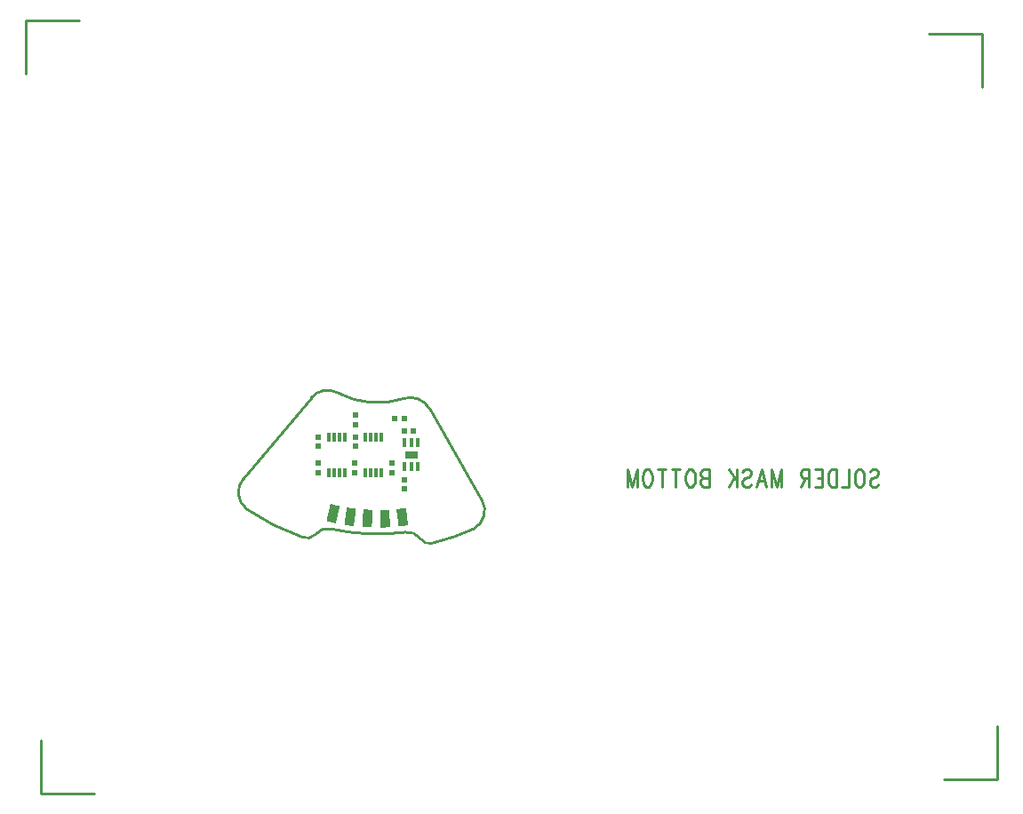
<source format=gbr>
*
*
G04 PADS 9.3 Build Number: 433611 generated Gerber (RS-274-X) file*
G04 PC Version=2.1*
*
%IN "LCORE_2.pcb"*%
*
%MOIN*%
*
%FSLAX35Y35*%
*
*
*
*
G04 PC Standard Apertures*
*
*
G04 Thermal Relief Aperture macro.*
%AMTER*
1,1,$1,0,0*
1,0,$1-$2,0,0*
21,0,$3,$4,0,0,45*
21,0,$3,$4,0,0,135*
%
*
*
G04 Annular Aperture macro.*
%AMANN*
1,1,$1,0,0*
1,0,$2,0,0*
%
*
*
G04 Odd Aperture macro.*
%AMODD*
1,1,$1,0,0*
1,0,$1-0.005,0,0*
%
*
*
G04 PC Custom Aperture Macros*
*
*
*
*
*
*
G04 PC Aperture Table*
*
%ADD010C,0.001*%
%ADD012C,0.01*%
%ADD027C,0.00039*%
%ADD028R,0.02365X0.02365*%
%ADD030R,0.01381X0.0335*%
%ADD037R,0.04924X0.03153*%
*
*
*
*
G04 PC Circuitry*
G04 Layer Name LCORE_2.pcb - circuitry*
%LPD*%
*
*
G04 PC Custom Flashes*
G04 Layer Name LCORE_2.pcb - flashes*
%LPD*%
*
*
G04 PC Circuitry*
G04 Layer Name LCORE_2.pcb - circuitry*
%LPD*%
*
G54D10*
G54D12*
G01X2134346Y1575633D02*
X2134801Y1576258D01*
X2135483Y1576570*
X2136392*
X2137074Y1576258*
X2137528Y1575633*
Y1575008*
X2137301Y1574383*
X2137074Y1574070*
X2136619Y1573758*
X2135255Y1573133*
X2134801Y1572820*
X2134574Y1572508*
X2134346Y1571883*
Y1570945*
X2134801Y1570320*
X2135483Y1570008*
X2136392*
X2137074Y1570320*
X2137528Y1570945*
X2130937Y1576570D02*
X2131392Y1576258D01*
X2131846Y1575633*
X2132074Y1575008*
X2132301Y1574070*
Y1572508*
X2132074Y1571570*
X2131846Y1570945*
X2131392Y1570320*
X2130937Y1570008*
X2130028*
X2129574Y1570320*
X2129119Y1570945*
X2128892Y1571570*
X2128665Y1572508*
Y1574070*
X2128892Y1575008*
X2129119Y1575633*
X2129574Y1576258*
X2130028Y1576570*
X2130937*
X2126619D02*
Y1570008D01*
X2123892*
X2121846Y1576570D02*
Y1570008D01*
Y1576570D02*
X2120255D01*
X2119574Y1576258*
X2119119Y1575633*
X2118892Y1575008*
X2118665Y1574070*
Y1572508*
X2118892Y1571570*
X2119119Y1570945*
X2119574Y1570320*
X2120255Y1570008*
X2121846*
X2116619Y1576570D02*
Y1570008D01*
Y1576570D02*
X2113665D01*
X2116619Y1573445D02*
X2114801D01*
X2116619Y1570008D02*
X2113665D01*
X2111619Y1576570D02*
Y1570008D01*
Y1576570D02*
X2109574D01*
X2108892Y1576258*
X2108665Y1575945*
X2108437Y1575320*
Y1574695*
X2108665Y1574070*
X2108892Y1573758*
X2109574Y1573445*
X2111619*
X2110028D02*
X2108437Y1570008D01*
X2101165Y1576570D02*
Y1570008D01*
Y1576570D02*
X2099346Y1570008D01*
X2097528Y1576570D02*
X2099346Y1570008D01*
X2097528Y1576570D02*
Y1570008D01*
X2093665Y1576570D02*
X2095483Y1570008D01*
X2093665Y1576570D02*
X2091846Y1570008D01*
X2094801Y1572195D02*
X2092528D01*
X2086619Y1575633D02*
X2087074Y1576258D01*
X2087755Y1576570*
X2088665*
X2089346Y1576258*
X2089801Y1575633*
Y1575008*
X2089574Y1574383*
X2089346Y1574070*
X2088892Y1573758*
X2087528Y1573133*
X2087074Y1572820*
X2086846Y1572508*
X2086619Y1571883*
Y1570945*
X2087074Y1570320*
X2087755Y1570008*
X2088665*
X2089346Y1570320*
X2089801Y1570945*
X2084574Y1576570D02*
Y1570008D01*
X2081392Y1576570D02*
X2084574Y1572195D01*
X2083437Y1573758D02*
X2081392Y1570008D01*
X2074119Y1576570D02*
Y1570008D01*
Y1576570D02*
X2072074D01*
X2071392Y1576258*
X2071165Y1575945*
X2070937Y1575320*
Y1574695*
X2071165Y1574070*
X2071392Y1573758*
X2072074Y1573445*
X2074119D02*
X2072074D01*
X2071392Y1573133*
X2071165Y1572820*
X2070937Y1572195*
Y1571258*
X2071165Y1570633*
X2071392Y1570320*
X2072074Y1570008*
X2074119*
X2067528Y1576570D02*
X2067983Y1576258D01*
X2068437Y1575633*
X2068665Y1575008*
X2068892Y1574070*
Y1572508*
X2068665Y1571570*
X2068437Y1570945*
X2067983Y1570320*
X2067528Y1570008*
X2066619*
X2066165Y1570320*
X2065710Y1570945*
X2065483Y1571570*
X2065255Y1572508*
Y1574070*
X2065483Y1575008*
X2065710Y1575633*
X2066165Y1576258*
X2066619Y1576570*
X2067528*
X2061619D02*
Y1570008D01*
X2063210Y1576570D02*
X2060028D01*
X2056392D02*
Y1570008D01*
X2057983Y1576570D02*
X2054801D01*
X2051392D02*
X2051846Y1576258D01*
X2052301Y1575633*
X2052528Y1575008*
X2052755Y1574070*
Y1572508*
X2052528Y1571570*
X2052301Y1570945*
X2051846Y1570320*
X2051392Y1570008*
X2050483*
X2050028Y1570320*
X2049574Y1570945*
X2049346Y1571570*
X2049119Y1572508*
Y1574070*
X2049346Y1575008*
X2049574Y1575633*
X2050028Y1576258*
X2050483Y1576570*
X2051392*
X2047074D02*
Y1570008D01*
Y1576570D02*
X2045255Y1570008D01*
X2043437Y1576570D02*
X2045255Y1570008D01*
X2043437Y1576570D02*
Y1570008D01*
X1900788Y1561558D02*
G75*
G03X1921809Y1551031I48934J71466D01*
G01X1921827Y1551025D02*
G03X1926389Y1552091I1471J3999D01*
G01X1932249Y1554225D02*
G03X1926391Y1552092I-1336J-5442D01*
G01X1932289Y1554216D02*
G03X1960292Y1552993I17468J78795D01*
G01X1965815Y1550567D02*
G03X1960269Y1552990I-4781J-3386D01*
G01X1965819Y1550561D02*
G03X1970341Y1548880I3345J2074D01*
G01X1970380Y1548889D02*
G03X1985922Y1554286I-20514J84150D01*
G01X1985913Y1554281D02*
G03X1988944Y1564993I-3840J6872D01*
G01X1988940Y1564999D02*
X1969016Y1599606D01*
X1969018Y1599603D02*
G03X1959686Y1603148I-6910J-4135D01*
G01X1934880Y1605240D02*
G03X1959709Y1603156I14835J27784D01*
G01X1934845Y1605259D02*
G03X1924876Y1603376I-3866J-6861D01*
G01X1924879Y1603379D02*
X1899587Y1573281D01*
X1899585Y1573278D02*
G03X1900763Y1561574I5923J-5315D01*
G01X1837791Y1744944D02*
X1817791D01*
Y1724944*
X1823603Y1475056D02*
Y1455056D01*
X1843603*
X2162209Y1460312D02*
X2182209D01*
Y1480312*
X2176373Y1719944D02*
Y1739944D01*
X2156373*
G54D27*
X1944401Y1561458D02*
X1944079Y1555306D01*
X1947235Y1555141*
X1947557Y1561293*
X1944401Y1561458*
X1947235Y1555141D02*
X1947235D01*
X1946484Y1555180D02*
X1947237D01*
X1945733Y1555219D02*
X1947239D01*
X1944981Y1555259D02*
X1947241D01*
X1944230Y1555298D02*
X1947243D01*
X1944080Y1555337D02*
X1947245D01*
X1944082Y1555377D02*
X1947247D01*
X1944084Y1555416D02*
X1947249D01*
X1944087Y1555456D02*
X1947251D01*
X1944089Y1555495D02*
X1947254D01*
X1944091Y1555534D02*
X1947256D01*
X1944093Y1555574D02*
X1947258D01*
X1944095Y1555613D02*
X1947260D01*
X1944097Y1555652D02*
X1947262D01*
X1944099Y1555692D02*
X1947264D01*
X1944101Y1555731D02*
X1947266D01*
X1944103Y1555770D02*
X1947268D01*
X1944105Y1555810D02*
X1947270D01*
X1944107Y1555849D02*
X1947272D01*
X1944109Y1555889D02*
X1947274D01*
X1944111Y1555928D02*
X1947276D01*
X1944113Y1555967D02*
X1947278D01*
X1944115Y1556007D02*
X1947280D01*
X1944117Y1556046D02*
X1947282D01*
X1944120Y1556085D02*
X1947285D01*
X1944122Y1556125D02*
X1947287D01*
X1944124Y1556164D02*
X1947289D01*
X1944126Y1556204D02*
X1947291D01*
X1944128Y1556243D02*
X1947293D01*
X1944130Y1556282D02*
X1947295D01*
X1944132Y1556322D02*
X1947297D01*
X1944134Y1556361D02*
X1947299D01*
X1944136Y1556400D02*
X1947301D01*
X1944138Y1556440D02*
X1947303D01*
X1944140Y1556479D02*
X1947305D01*
X1944142Y1556519D02*
X1947307D01*
X1944144Y1556558D02*
X1947309D01*
X1944146Y1556597D02*
X1947311D01*
X1944148Y1556637D02*
X1947313D01*
X1944150Y1556676D02*
X1947315D01*
X1944153Y1556715D02*
X1947318D01*
X1944155Y1556755D02*
X1947320D01*
X1944157Y1556794D02*
X1947322D01*
X1944159Y1556833D02*
X1947324D01*
X1944161Y1556873D02*
X1947326D01*
X1944163Y1556912D02*
X1947328D01*
X1944165Y1556952D02*
X1947330D01*
X1944167Y1556991D02*
X1947332D01*
X1944169Y1557030D02*
X1947334D01*
X1944171Y1557070D02*
X1947336D01*
X1944173Y1557109D02*
X1947338D01*
X1944175Y1557148D02*
X1947340D01*
X1944177Y1557188D02*
X1947342D01*
X1944179Y1557227D02*
X1947344D01*
X1944181Y1557267D02*
X1947346D01*
X1944183Y1557306D02*
X1947348D01*
X1944186Y1557345D02*
X1947351D01*
X1944188Y1557385D02*
X1947353D01*
X1944190Y1557424D02*
X1947355D01*
X1944192Y1557463D02*
X1947357D01*
X1944194Y1557503D02*
X1947359D01*
X1944196Y1557542D02*
X1947361D01*
X1944198Y1557582D02*
X1947363D01*
X1944200Y1557621D02*
X1947365D01*
X1944202Y1557660D02*
X1947367D01*
X1944204Y1557700D02*
X1947369D01*
X1944206Y1557739D02*
X1947371D01*
X1944208Y1557778D02*
X1947373D01*
X1944210Y1557818D02*
X1947375D01*
X1944212Y1557857D02*
X1947377D01*
X1944214Y1557896D02*
X1947379D01*
X1944217Y1557936D02*
X1947381D01*
X1944219Y1557975D02*
X1947384D01*
X1944221Y1558015D02*
X1947386D01*
X1944223Y1558054D02*
X1947388D01*
X1944225Y1558093D02*
X1947390D01*
X1944227Y1558133D02*
X1947392D01*
X1944229Y1558172D02*
X1947394D01*
X1944231Y1558211D02*
X1947396D01*
X1944233Y1558251D02*
X1947398D01*
X1944235Y1558290D02*
X1947400D01*
X1944237Y1558330D02*
X1947402D01*
X1944239Y1558369D02*
X1947404D01*
X1944241Y1558408D02*
X1947406D01*
X1944243Y1558448D02*
X1947408D01*
X1944245Y1558487D02*
X1947410D01*
X1944247Y1558526D02*
X1947412D01*
X1944250Y1558566D02*
X1947414D01*
X1944252Y1558605D02*
X1947417D01*
X1944254Y1558645D02*
X1947419D01*
X1944256Y1558684D02*
X1947421D01*
X1944258Y1558723D02*
X1947423D01*
X1944260Y1558763D02*
X1947425D01*
X1944262Y1558802D02*
X1947427D01*
X1944264Y1558841D02*
X1947429D01*
X1944266Y1558881D02*
X1947431D01*
X1944268Y1558920D02*
X1947433D01*
X1944270Y1558959D02*
X1947435D01*
X1944272Y1558999D02*
X1947437D01*
X1944274Y1559038D02*
X1947439D01*
X1944276Y1559078D02*
X1947441D01*
X1944278Y1559117D02*
X1947443D01*
X1944280Y1559156D02*
X1947445D01*
X1944283Y1559196D02*
X1947448D01*
X1944285Y1559235D02*
X1947450D01*
X1944287Y1559274D02*
X1947452D01*
X1944289Y1559314D02*
X1947454D01*
X1944291Y1559353D02*
X1947456D01*
X1944293Y1559393D02*
X1947458D01*
X1944295Y1559432D02*
X1947460D01*
X1944297Y1559471D02*
X1947462D01*
X1944299Y1559511D02*
X1947464D01*
X1944301Y1559550D02*
X1947466D01*
X1944303Y1559589D02*
X1947468D01*
X1944305Y1559629D02*
X1947470D01*
X1944307Y1559668D02*
X1947472D01*
X1944309Y1559707D02*
X1947474D01*
X1944311Y1559747D02*
X1947476D01*
X1944313Y1559786D02*
X1947478D01*
X1944316Y1559826D02*
X1947481D01*
X1944318Y1559865D02*
X1947483D01*
X1944320Y1559904D02*
X1947485D01*
X1944322Y1559944D02*
X1947487D01*
X1944324Y1559983D02*
X1947489D01*
X1944326Y1560022D02*
X1947491D01*
X1944328Y1560062D02*
X1947493D01*
X1944330Y1560101D02*
X1947495D01*
X1944332Y1560141D02*
X1947497D01*
X1944334Y1560180D02*
X1947499D01*
X1944336Y1560219D02*
X1947501D01*
X1944338Y1560259D02*
X1947503D01*
X1944340Y1560298D02*
X1947505D01*
X1944342Y1560337D02*
X1947507D01*
X1944344Y1560377D02*
X1947509D01*
X1944346Y1560416D02*
X1947511D01*
X1944349Y1560456D02*
X1947514D01*
X1944351Y1560495D02*
X1947516D01*
X1944353Y1560534D02*
X1947518D01*
X1944355Y1560574D02*
X1947520D01*
X1944357Y1560613D02*
X1947522D01*
X1944359Y1560652D02*
X1947524D01*
X1944361Y1560692D02*
X1947526D01*
X1944363Y1560731D02*
X1947528D01*
X1944365Y1560770D02*
X1947530D01*
X1944367Y1560810D02*
X1947532D01*
X1944369Y1560849D02*
X1947534D01*
X1944371Y1560889D02*
X1947536D01*
X1944373Y1560928D02*
X1947538D01*
X1944375Y1560967D02*
X1947540D01*
X1944377Y1561007D02*
X1947542D01*
X1944380Y1561046D02*
X1947544D01*
X1944382Y1561085D02*
X1947547D01*
X1944384Y1561125D02*
X1947549D01*
X1944386Y1561164D02*
X1947551D01*
X1944388Y1561204D02*
X1947553D01*
X1944390Y1561243D02*
X1947555D01*
X1944392Y1561282D02*
X1947557D01*
X1944394Y1561322D02*
X1947006D01*
X1944396Y1561361D02*
X1946254D01*
X1944398Y1561400D02*
X1945503D01*
X1944400Y1561440D02*
X1944752D01*
X1944079Y1555306D02*
X1944079D01*
X1944118Y1555304D02*
Y1556057D01*
X1944157Y1555302D02*
Y1556808D01*
X1944197Y1555300D02*
Y1557560D01*
X1944236Y1555298D02*
Y1558311D01*
X1944276Y1555296D02*
Y1559062D01*
X1944315Y1555294D02*
Y1559813D01*
X1944354Y1555292D02*
Y1560565D01*
X1944394Y1555289D02*
Y1561316D01*
X1944433Y1555287D02*
Y1561456D01*
X1944472Y1555285D02*
Y1561454D01*
X1944512Y1555283D02*
Y1561452D01*
X1944551Y1555281D02*
Y1561450D01*
X1944590Y1555279D02*
Y1561448D01*
X1944630Y1555277D02*
Y1561446D01*
X1944669Y1555275D02*
Y1561444D01*
X1944709Y1555273D02*
Y1561442D01*
X1944748Y1555271D02*
Y1561440D01*
X1944787Y1555269D02*
Y1561438D01*
X1944827Y1555267D02*
Y1561436D01*
X1944866Y1555265D02*
Y1561434D01*
X1944905Y1555263D02*
Y1561432D01*
X1944945Y1555261D02*
Y1561430D01*
X1944984Y1555259D02*
Y1561428D01*
X1945024Y1555256D02*
Y1561426D01*
X1945063Y1555254D02*
Y1561423D01*
X1945102Y1555252D02*
Y1561421D01*
X1945142Y1555250D02*
Y1561419D01*
X1945181Y1555248D02*
Y1561417D01*
X1945220Y1555246D02*
Y1561415D01*
X1945260Y1555244D02*
Y1561413D01*
X1945299Y1555242D02*
Y1561411D01*
X1945339Y1555240D02*
Y1561409D01*
X1945378Y1555238D02*
Y1561407D01*
X1945417Y1555236D02*
Y1561405D01*
X1945457Y1555234D02*
Y1561403D01*
X1945496Y1555232D02*
Y1561401D01*
X1945535Y1555230D02*
Y1561399D01*
X1945575Y1555228D02*
Y1561397D01*
X1945614Y1555226D02*
Y1561395D01*
X1945653Y1555223D02*
Y1561393D01*
X1945693Y1555221D02*
Y1561390D01*
X1945732Y1555219D02*
Y1561388D01*
X1945772Y1555217D02*
Y1561386D01*
X1945811Y1555215D02*
Y1561384D01*
X1945850Y1555213D02*
Y1561382D01*
X1945890Y1555211D02*
Y1561380D01*
X1945929Y1555209D02*
Y1561378D01*
X1945968Y1555207D02*
Y1561376D01*
X1946008Y1555205D02*
Y1561374D01*
X1946047Y1555203D02*
Y1561372D01*
X1946087Y1555201D02*
Y1561370D01*
X1946126Y1555199D02*
Y1561368D01*
X1946165Y1555197D02*
Y1561366D01*
X1946205Y1555195D02*
Y1561364D01*
X1946244Y1555192D02*
Y1561362D01*
X1946283Y1555190D02*
Y1561360D01*
X1946323Y1555188D02*
Y1561357D01*
X1946362Y1555186D02*
Y1561355D01*
X1946402Y1555184D02*
Y1561353D01*
X1946441Y1555182D02*
Y1561351D01*
X1946480Y1555180D02*
Y1561349D01*
X1946520Y1555178D02*
Y1561347D01*
X1946559Y1555176D02*
Y1561345D01*
X1946598Y1555174D02*
Y1561343D01*
X1946638Y1555172D02*
Y1561341D01*
X1946677Y1555170D02*
Y1561339D01*
X1946716Y1555168D02*
Y1561337D01*
X1946756Y1555166D02*
Y1561335D01*
X1946795Y1555164D02*
Y1561333D01*
X1946835Y1555162D02*
Y1561331D01*
X1946874Y1555159D02*
Y1561329D01*
X1946913Y1555157D02*
Y1561327D01*
X1946953Y1555155D02*
Y1561324D01*
X1946992Y1555153D02*
Y1561322D01*
X1947031Y1555151D02*
Y1561320D01*
X1947071Y1555149D02*
Y1561318D01*
X1947110Y1555147D02*
Y1561316D01*
X1947150Y1555145D02*
Y1561314D01*
X1947189Y1555143D02*
Y1561312D01*
X1947228Y1555141D02*
Y1561310D01*
X1947268Y1555764D02*
Y1561308D01*
X1947307Y1556515D02*
Y1561306D01*
X1947346Y1557267D02*
Y1561304D01*
X1947386Y1558018D02*
Y1561302D01*
X1947425Y1558769D02*
Y1561300D01*
X1947465Y1559520D02*
Y1561298D01*
X1947504Y1560271D02*
Y1561296D01*
X1947543Y1561023D02*
Y1561293D01*
X1950657Y1561266D02*
X1950872Y1555109D01*
X1954030Y1555219*
X1953815Y1561376*
X1950657Y1561266*
X1950872Y1555109D02*
X1950872D01*
X1950870Y1555148D02*
X1951999D01*
X1950869Y1555188D02*
X1953127D01*
X1950868Y1555227D02*
X1954030D01*
X1950866Y1555266D02*
X1954029D01*
X1950865Y1555306D02*
X1954027D01*
X1950863Y1555345D02*
X1954026D01*
X1950862Y1555384D02*
X1954025D01*
X1950861Y1555424D02*
X1954023D01*
X1950859Y1555463D02*
X1954022D01*
X1950858Y1555503D02*
X1954020D01*
X1950857Y1555542D02*
X1954019D01*
X1950855Y1555581D02*
X1954018D01*
X1950854Y1555621D02*
X1954016D01*
X1950852Y1555660D02*
X1954015D01*
X1950851Y1555699D02*
X1954014D01*
X1950850Y1555739D02*
X1954012D01*
X1950848Y1555778D02*
X1954011D01*
X1950847Y1555817D02*
X1954009D01*
X1950846Y1555857D02*
X1954008D01*
X1950844Y1555896D02*
X1954007D01*
X1950843Y1555936D02*
X1954005D01*
X1950841Y1555975D02*
X1954004D01*
X1950840Y1556014D02*
X1954003D01*
X1950839Y1556054D02*
X1954001D01*
X1950837Y1556093D02*
X1954000D01*
X1950836Y1556132D02*
X1953998D01*
X1950835Y1556172D02*
X1953997D01*
X1950833Y1556211D02*
X1953996D01*
X1950832Y1556251D02*
X1953994D01*
X1950830Y1556290D02*
X1953993D01*
X1950829Y1556329D02*
X1953992D01*
X1950828Y1556369D02*
X1953990D01*
X1950826Y1556408D02*
X1953989D01*
X1950825Y1556447D02*
X1953987D01*
X1950824Y1556487D02*
X1953986D01*
X1950822Y1556526D02*
X1953985D01*
X1950821Y1556566D02*
X1953983D01*
X1950819Y1556605D02*
X1953982D01*
X1950818Y1556644D02*
X1953981D01*
X1950817Y1556684D02*
X1953979D01*
X1950815Y1556723D02*
X1953978D01*
X1950814Y1556762D02*
X1953976D01*
X1950813Y1556802D02*
X1953975D01*
X1950811Y1556841D02*
X1953974D01*
X1950810Y1556880D02*
X1953972D01*
X1950808Y1556920D02*
X1953971D01*
X1950807Y1556959D02*
X1953970D01*
X1950806Y1556999D02*
X1953968D01*
X1950804Y1557038D02*
X1953967D01*
X1950803Y1557077D02*
X1953965D01*
X1950802Y1557117D02*
X1953964D01*
X1950800Y1557156D02*
X1953963D01*
X1950799Y1557195D02*
X1953961D01*
X1950797Y1557235D02*
X1953960D01*
X1950796Y1557274D02*
X1953959D01*
X1950795Y1557314D02*
X1953957D01*
X1950793Y1557353D02*
X1953956D01*
X1950792Y1557392D02*
X1953954D01*
X1950791Y1557432D02*
X1953953D01*
X1950789Y1557471D02*
X1953952D01*
X1950788Y1557510D02*
X1953950D01*
X1950786Y1557550D02*
X1953949D01*
X1950785Y1557589D02*
X1953948D01*
X1950784Y1557629D02*
X1953946D01*
X1950782Y1557668D02*
X1953945D01*
X1950781Y1557707D02*
X1953943D01*
X1950780Y1557747D02*
X1953942D01*
X1950778Y1557786D02*
X1953941D01*
X1950777Y1557825D02*
X1953939D01*
X1950775Y1557865D02*
X1953938D01*
X1950774Y1557904D02*
X1953937D01*
X1950773Y1557943D02*
X1953935D01*
X1950771Y1557983D02*
X1953934D01*
X1950770Y1558022D02*
X1953932D01*
X1950769Y1558062D02*
X1953931D01*
X1950767Y1558101D02*
X1953930D01*
X1950766Y1558140D02*
X1953928D01*
X1950764Y1558180D02*
X1953927D01*
X1950763Y1558219D02*
X1953926D01*
X1950762Y1558258D02*
X1953924D01*
X1950760Y1558298D02*
X1953923D01*
X1950759Y1558337D02*
X1953922D01*
X1950758Y1558377D02*
X1953920D01*
X1950756Y1558416D02*
X1953919D01*
X1950755Y1558455D02*
X1953917D01*
X1950753Y1558495D02*
X1953916D01*
X1950752Y1558534D02*
X1953915D01*
X1950751Y1558573D02*
X1953913D01*
X1950749Y1558613D02*
X1953912D01*
X1950748Y1558652D02*
X1953911D01*
X1950747Y1558692D02*
X1953909D01*
X1950745Y1558731D02*
X1953908D01*
X1950744Y1558770D02*
X1953906D01*
X1950742Y1558810D02*
X1953905D01*
X1950741Y1558849D02*
X1953904D01*
X1950740Y1558888D02*
X1953902D01*
X1950738Y1558928D02*
X1953901D01*
X1950737Y1558967D02*
X1953900D01*
X1950736Y1559006D02*
X1953898D01*
X1950734Y1559046D02*
X1953897D01*
X1950733Y1559085D02*
X1953895D01*
X1950731Y1559125D02*
X1953894D01*
X1950730Y1559164D02*
X1953893D01*
X1950729Y1559203D02*
X1953891D01*
X1950727Y1559243D02*
X1953890D01*
X1950726Y1559282D02*
X1953889D01*
X1950725Y1559321D02*
X1953887D01*
X1950723Y1559361D02*
X1953886D01*
X1950722Y1559400D02*
X1953884D01*
X1950720Y1559440D02*
X1953883D01*
X1950719Y1559479D02*
X1953882D01*
X1950718Y1559518D02*
X1953880D01*
X1950716Y1559558D02*
X1953879D01*
X1950715Y1559597D02*
X1953878D01*
X1950714Y1559636D02*
X1953876D01*
X1950712Y1559676D02*
X1953875D01*
X1950711Y1559715D02*
X1953873D01*
X1950709Y1559754D02*
X1953872D01*
X1950708Y1559794D02*
X1953871D01*
X1950707Y1559833D02*
X1953869D01*
X1950705Y1559873D02*
X1953868D01*
X1950704Y1559912D02*
X1953867D01*
X1950703Y1559951D02*
X1953865D01*
X1950701Y1559991D02*
X1953864D01*
X1950700Y1560030D02*
X1953862D01*
X1950698Y1560069D02*
X1953861D01*
X1950697Y1560109D02*
X1953860D01*
X1950696Y1560148D02*
X1953858D01*
X1950694Y1560188D02*
X1953857D01*
X1950693Y1560227D02*
X1953856D01*
X1950692Y1560266D02*
X1953854D01*
X1950690Y1560306D02*
X1953853D01*
X1950689Y1560345D02*
X1953851D01*
X1950687Y1560384D02*
X1953850D01*
X1950686Y1560424D02*
X1953849D01*
X1950685Y1560463D02*
X1953847D01*
X1950683Y1560503D02*
X1953846D01*
X1950682Y1560542D02*
X1953845D01*
X1950681Y1560581D02*
X1953843D01*
X1950679Y1560621D02*
X1953842D01*
X1950678Y1560660D02*
X1953840D01*
X1950676Y1560699D02*
X1953839D01*
X1950675Y1560739D02*
X1953838D01*
X1950674Y1560778D02*
X1953836D01*
X1950672Y1560817D02*
X1953835D01*
X1950671Y1560857D02*
X1953834D01*
X1950670Y1560896D02*
X1953832D01*
X1950668Y1560936D02*
X1953831D01*
X1950667Y1560975D02*
X1953829D01*
X1950665Y1561014D02*
X1953828D01*
X1950664Y1561054D02*
X1953827D01*
X1950663Y1561093D02*
X1953825D01*
X1950661Y1561132D02*
X1953824D01*
X1950660Y1561172D02*
X1953823D01*
X1950659Y1561211D02*
X1953821D01*
X1950657Y1561251D02*
X1953820D01*
X1951350Y1561290D02*
X1953818D01*
X1952478Y1561329D02*
X1953817D01*
X1953605Y1561369D02*
X1953816D01*
X1950678Y1560660D02*
Y1561266D01*
X1950717Y1559533D02*
Y1561268D01*
X1950757Y1558405D02*
Y1561269D01*
X1950796Y1557278D02*
Y1561271D01*
X1950835Y1556151D02*
Y1561272D01*
X1950875Y1555109D02*
Y1561273D01*
X1950914Y1555110D02*
Y1561275D01*
X1950953Y1555112D02*
Y1561276D01*
X1950993Y1555113D02*
Y1561277D01*
X1951032Y1555114D02*
Y1561279D01*
X1951072Y1555116D02*
Y1561280D01*
X1951111Y1555117D02*
Y1561282D01*
X1951150Y1555119D02*
Y1561283D01*
X1951190Y1555120D02*
Y1561284D01*
X1951229Y1555121D02*
Y1561286D01*
X1951268Y1555123D02*
Y1561287D01*
X1951308Y1555124D02*
Y1561288D01*
X1951347Y1555125D02*
Y1561290D01*
X1951386Y1555127D02*
Y1561291D01*
X1951426Y1555128D02*
Y1561293D01*
X1951465Y1555130D02*
Y1561294D01*
X1951505Y1555131D02*
Y1561295D01*
X1951544Y1555132D02*
Y1561297D01*
X1951583Y1555134D02*
Y1561298D01*
X1951623Y1555135D02*
Y1561299D01*
X1951662Y1555136D02*
Y1561301D01*
X1951701Y1555138D02*
Y1561302D01*
X1951741Y1555139D02*
Y1561304D01*
X1951780Y1555141D02*
Y1561305D01*
X1951820Y1555142D02*
Y1561306D01*
X1951859Y1555143D02*
Y1561308D01*
X1951898Y1555145D02*
Y1561309D01*
X1951938Y1555146D02*
Y1561310D01*
X1951977Y1555147D02*
Y1561312D01*
X1952016Y1555149D02*
Y1561313D01*
X1952056Y1555150D02*
Y1561315D01*
X1952095Y1555152D02*
Y1561316D01*
X1952135Y1555153D02*
Y1561317D01*
X1952174Y1555154D02*
Y1561319D01*
X1952213Y1555156D02*
Y1561320D01*
X1952253Y1555157D02*
Y1561321D01*
X1952292Y1555158D02*
Y1561323D01*
X1952331Y1555160D02*
Y1561324D01*
X1952371Y1555161D02*
Y1561326D01*
X1952410Y1555163D02*
Y1561327D01*
X1952449Y1555164D02*
Y1561328D01*
X1952489Y1555165D02*
Y1561330D01*
X1952528Y1555167D02*
Y1561331D01*
X1952568Y1555168D02*
Y1561332D01*
X1952607Y1555169D02*
Y1561334D01*
X1952646Y1555171D02*
Y1561335D01*
X1952686Y1555172D02*
Y1561337D01*
X1952725Y1555174D02*
Y1561338D01*
X1952764Y1555175D02*
Y1561339D01*
X1952804Y1555176D02*
Y1561341D01*
X1952843Y1555178D02*
Y1561342D01*
X1952883Y1555179D02*
Y1561343D01*
X1952922Y1555180D02*
Y1561345D01*
X1952961Y1555182D02*
Y1561346D01*
X1953001Y1555183D02*
Y1561348D01*
X1953040Y1555185D02*
Y1561349D01*
X1953079Y1555186D02*
Y1561350D01*
X1953119Y1555187D02*
Y1561352D01*
X1953158Y1555189D02*
Y1561353D01*
X1953198Y1555190D02*
Y1561354D01*
X1953237Y1555191D02*
Y1561356D01*
X1953276Y1555193D02*
Y1561357D01*
X1953316Y1555194D02*
Y1561359D01*
X1953355Y1555196D02*
Y1561360D01*
X1953394Y1555197D02*
Y1561361D01*
X1953434Y1555198D02*
Y1561363D01*
X1953473Y1555200D02*
Y1561364D01*
X1953512Y1555201D02*
Y1561365D01*
X1953552Y1555202D02*
Y1561367D01*
X1953591Y1555204D02*
Y1561368D01*
X1953631Y1555205D02*
Y1561370D01*
X1953670Y1555207D02*
Y1561371D01*
X1953709Y1555208D02*
Y1561372D01*
X1953749Y1555209D02*
Y1561374D01*
X1953788Y1555211D02*
Y1561375D01*
X1953827Y1555212D02*
Y1561031D01*
X1953867Y1555213D02*
Y1559904D01*
X1953906Y1555215D02*
Y1558776D01*
X1953946Y1555216D02*
Y1557649D01*
X1953985Y1555218D02*
Y1556521D01*
X1954024Y1555219D02*
Y1555394D01*
X1932059Y1563471D02*
X1930673Y1557468D01*
X1933753Y1556757*
X1935139Y1562760*
X1932059Y1563471*
X1933753Y1556757D02*
X1933753D01*
X1933582Y1556797D02*
X1933762D01*
X1933412Y1556836D02*
X1933771D01*
X1933241Y1556875D02*
X1933780D01*
X1933071Y1556915D02*
X1933789D01*
X1932900Y1556954D02*
X1933798D01*
X1932730Y1556993D02*
X1933807D01*
X1932559Y1557033D02*
X1933816D01*
X1932389Y1557072D02*
X1933825D01*
X1932218Y1557112D02*
X1933835D01*
X1932047Y1557151D02*
X1933844D01*
X1931877Y1557190D02*
X1933853D01*
X1931706Y1557230D02*
X1933862D01*
X1931536Y1557269D02*
X1933871D01*
X1931365Y1557308D02*
X1933880D01*
X1931195Y1557348D02*
X1933889D01*
X1931024Y1557387D02*
X1933898D01*
X1930854Y1557426D02*
X1933907D01*
X1930683Y1557466D02*
X1933916D01*
X1930682Y1557505D02*
X1933925D01*
X1930691Y1557545D02*
X1933935D01*
X1930700Y1557584D02*
X1933944D01*
X1930709Y1557623D02*
X1933953D01*
X1930718Y1557663D02*
X1933962D01*
X1930727Y1557702D02*
X1933971D01*
X1930736Y1557741D02*
X1933980D01*
X1930745Y1557781D02*
X1933989D01*
X1930754Y1557820D02*
X1933998D01*
X1930764Y1557860D02*
X1934007D01*
X1930773Y1557899D02*
X1934016D01*
X1930782Y1557938D02*
X1934025D01*
X1930791Y1557978D02*
X1934035D01*
X1930800Y1558017D02*
X1934044D01*
X1930809Y1558056D02*
X1934053D01*
X1930818Y1558096D02*
X1934062D01*
X1930827Y1558135D02*
X1934071D01*
X1930836Y1558175D02*
X1934080D01*
X1930845Y1558214D02*
X1934089D01*
X1930854Y1558253D02*
X1934098D01*
X1930864Y1558293D02*
X1934107D01*
X1930873Y1558332D02*
X1934116D01*
X1930882Y1558371D02*
X1934125D01*
X1930891Y1558411D02*
X1934135D01*
X1930900Y1558450D02*
X1934144D01*
X1930909Y1558489D02*
X1934153D01*
X1930918Y1558529D02*
X1934162D01*
X1930927Y1558568D02*
X1934171D01*
X1930936Y1558608D02*
X1934180D01*
X1930945Y1558647D02*
X1934189D01*
X1930954Y1558686D02*
X1934198D01*
X1930963Y1558726D02*
X1934207D01*
X1930973Y1558765D02*
X1934216D01*
X1930982Y1558804D02*
X1934225D01*
X1930991Y1558844D02*
X1934235D01*
X1931000Y1558883D02*
X1934244D01*
X1931009Y1558923D02*
X1934253D01*
X1931018Y1558962D02*
X1934262D01*
X1931027Y1559001D02*
X1934271D01*
X1931036Y1559041D02*
X1934280D01*
X1931045Y1559080D02*
X1934289D01*
X1931054Y1559119D02*
X1934298D01*
X1931063Y1559159D02*
X1934307D01*
X1931073Y1559198D02*
X1934316D01*
X1931082Y1559238D02*
X1934325D01*
X1931091Y1559277D02*
X1934334D01*
X1931100Y1559316D02*
X1934344D01*
X1931109Y1559356D02*
X1934353D01*
X1931118Y1559395D02*
X1934362D01*
X1931127Y1559434D02*
X1934371D01*
X1931136Y1559474D02*
X1934380D01*
X1931145Y1559513D02*
X1934389D01*
X1931154Y1559552D02*
X1934398D01*
X1931163Y1559592D02*
X1934407D01*
X1931173Y1559631D02*
X1934416D01*
X1931182Y1559671D02*
X1934425D01*
X1931191Y1559710D02*
X1934434D01*
X1931200Y1559749D02*
X1934444D01*
X1931209Y1559789D02*
X1934453D01*
X1931218Y1559828D02*
X1934462D01*
X1931227Y1559867D02*
X1934471D01*
X1931236Y1559907D02*
X1934480D01*
X1931245Y1559946D02*
X1934489D01*
X1931254Y1559986D02*
X1934498D01*
X1931263Y1560025D02*
X1934507D01*
X1931273Y1560064D02*
X1934516D01*
X1931282Y1560104D02*
X1934525D01*
X1931291Y1560143D02*
X1934534D01*
X1931300Y1560182D02*
X1934544D01*
X1931309Y1560222D02*
X1934553D01*
X1931318Y1560261D02*
X1934562D01*
X1931327Y1560300D02*
X1934571D01*
X1931336Y1560340D02*
X1934580D01*
X1931345Y1560379D02*
X1934589D01*
X1931354Y1560419D02*
X1934598D01*
X1931363Y1560458D02*
X1934607D01*
X1931373Y1560497D02*
X1934616D01*
X1931382Y1560537D02*
X1934625D01*
X1931391Y1560576D02*
X1934634D01*
X1931400Y1560615D02*
X1934644D01*
X1931409Y1560655D02*
X1934653D01*
X1931418Y1560694D02*
X1934662D01*
X1931427Y1560734D02*
X1934671D01*
X1931436Y1560773D02*
X1934680D01*
X1931445Y1560812D02*
X1934689D01*
X1931454Y1560852D02*
X1934698D01*
X1931463Y1560891D02*
X1934707D01*
X1931472Y1560930D02*
X1934716D01*
X1931482Y1560970D02*
X1934725D01*
X1931491Y1561009D02*
X1934734D01*
X1931500Y1561049D02*
X1934744D01*
X1931509Y1561088D02*
X1934753D01*
X1931518Y1561127D02*
X1934762D01*
X1931527Y1561167D02*
X1934771D01*
X1931536Y1561206D02*
X1934780D01*
X1931545Y1561245D02*
X1934789D01*
X1931554Y1561285D02*
X1934798D01*
X1931563Y1561324D02*
X1934807D01*
X1931572Y1561363D02*
X1934816D01*
X1931582Y1561403D02*
X1934825D01*
X1931591Y1561442D02*
X1934834D01*
X1931600Y1561482D02*
X1934843D01*
X1931609Y1561521D02*
X1934853D01*
X1931618Y1561560D02*
X1934862D01*
X1931627Y1561600D02*
X1934871D01*
X1931636Y1561639D02*
X1934880D01*
X1931645Y1561678D02*
X1934889D01*
X1931654Y1561718D02*
X1934898D01*
X1931663Y1561757D02*
X1934907D01*
X1931672Y1561797D02*
X1934916D01*
X1931682Y1561836D02*
X1934925D01*
X1931691Y1561875D02*
X1934934D01*
X1931700Y1561915D02*
X1934943D01*
X1931709Y1561954D02*
X1934953D01*
X1931718Y1561993D02*
X1934962D01*
X1931727Y1562033D02*
X1934971D01*
X1931736Y1562072D02*
X1934980D01*
X1931745Y1562112D02*
X1934989D01*
X1931754Y1562151D02*
X1934998D01*
X1931763Y1562190D02*
X1935007D01*
X1931772Y1562230D02*
X1935016D01*
X1931782Y1562269D02*
X1935025D01*
X1931791Y1562308D02*
X1935034D01*
X1931800Y1562348D02*
X1935043D01*
X1931809Y1562387D02*
X1935053D01*
X1931818Y1562426D02*
X1935062D01*
X1931827Y1562466D02*
X1935071D01*
X1931836Y1562505D02*
X1935080D01*
X1931845Y1562545D02*
X1935089D01*
X1931854Y1562584D02*
X1935098D01*
X1931863Y1562623D02*
X1935107D01*
X1931872Y1562663D02*
X1935116D01*
X1931882Y1562702D02*
X1935125D01*
X1931891Y1562741D02*
X1935134D01*
X1931900Y1562781D02*
X1935048D01*
X1931909Y1562820D02*
X1934878D01*
X1931918Y1562860D02*
X1934707D01*
X1931927Y1562899D02*
X1934537D01*
X1931936Y1562938D02*
X1934366D01*
X1931945Y1562978D02*
X1934195D01*
X1931954Y1563017D02*
X1934025D01*
X1931963Y1563056D02*
X1933854D01*
X1931972Y1563096D02*
X1933684D01*
X1931981Y1563135D02*
X1933513D01*
X1931991Y1563175D02*
X1933343D01*
X1932000Y1563214D02*
X1933172D01*
X1932009Y1563253D02*
X1933002D01*
X1932018Y1563293D02*
X1932831D01*
X1932027Y1563332D02*
X1932661D01*
X1932036Y1563371D02*
X1932490D01*
X1932045Y1563411D02*
X1932320D01*
X1932054Y1563450D02*
X1932149D01*
X1930673Y1557468D02*
X1930673D01*
X1930713Y1557459D02*
Y1557639D01*
X1930752Y1557450D02*
Y1557809D01*
X1930791Y1557441D02*
Y1557980D01*
X1930831Y1557432D02*
Y1558150D01*
X1930870Y1557423D02*
Y1558321D01*
X1930909Y1557414D02*
Y1558491D01*
X1930949Y1557405D02*
Y1558662D01*
X1930988Y1557395D02*
Y1558832D01*
X1931027Y1557386D02*
Y1559003D01*
X1931067Y1557377D02*
Y1559173D01*
X1931106Y1557368D02*
Y1559344D01*
X1931146Y1557359D02*
Y1559515D01*
X1931185Y1557350D02*
Y1559685D01*
X1931224Y1557341D02*
Y1559856D01*
X1931264Y1557332D02*
Y1560026D01*
X1931303Y1557323D02*
Y1560197D01*
X1931342Y1557314D02*
Y1560367D01*
X1931382Y1557305D02*
Y1560538D01*
X1931421Y1557295D02*
Y1560708D01*
X1931461Y1557286D02*
Y1560879D01*
X1931500Y1557277D02*
Y1561049D01*
X1931539Y1557268D02*
Y1561220D01*
X1931579Y1557259D02*
Y1561390D01*
X1931618Y1557250D02*
Y1561561D01*
X1931657Y1557241D02*
Y1561731D01*
X1931697Y1557232D02*
Y1561902D01*
X1931736Y1557223D02*
Y1562073D01*
X1931776Y1557214D02*
Y1562243D01*
X1931815Y1557205D02*
Y1562414D01*
X1931854Y1557195D02*
Y1562584D01*
X1931894Y1557186D02*
Y1562755D01*
X1931933Y1557177D02*
Y1562925D01*
X1931972Y1557168D02*
Y1563096D01*
X1932012Y1557159D02*
Y1563266D01*
X1932051Y1557150D02*
Y1563437D01*
X1932090Y1557141D02*
Y1563464D01*
X1932130Y1557132D02*
Y1563455D01*
X1932169Y1557123D02*
Y1563445D01*
X1932209Y1557114D02*
Y1563436D01*
X1932248Y1557105D02*
Y1563427D01*
X1932287Y1557096D02*
Y1563418D01*
X1932327Y1557086D02*
Y1563409D01*
X1932366Y1557077D02*
Y1563400D01*
X1932405Y1557068D02*
Y1563391D01*
X1932445Y1557059D02*
Y1563382D01*
X1932484Y1557050D02*
Y1563373D01*
X1932524Y1557041D02*
Y1563364D01*
X1932563Y1557032D02*
Y1563355D01*
X1932602Y1557023D02*
Y1563345D01*
X1932642Y1557014D02*
Y1563336D01*
X1932681Y1557005D02*
Y1563327D01*
X1932720Y1556996D02*
Y1563318D01*
X1932760Y1556986D02*
Y1563309D01*
X1932799Y1556977D02*
Y1563300D01*
X1932839Y1556968D02*
Y1563291D01*
X1932878Y1556959D02*
Y1563282D01*
X1932917Y1556950D02*
Y1563273D01*
X1932957Y1556941D02*
Y1563264D01*
X1932996Y1556932D02*
Y1563255D01*
X1933035Y1556923D02*
Y1563245D01*
X1933075Y1556914D02*
Y1563236D01*
X1933114Y1556905D02*
Y1563227D01*
X1933153Y1556896D02*
Y1563218D01*
X1933193Y1556886D02*
Y1563209D01*
X1933232Y1556877D02*
Y1563200D01*
X1933272Y1556868D02*
Y1563191D01*
X1933311Y1556859D02*
Y1563182D01*
X1933350Y1556850D02*
Y1563173D01*
X1933390Y1556841D02*
Y1563164D01*
X1933429Y1556832D02*
Y1563155D01*
X1933468Y1556823D02*
Y1563146D01*
X1933508Y1556814D02*
Y1563136D01*
X1933547Y1556805D02*
Y1563127D01*
X1933587Y1556796D02*
Y1563118D01*
X1933626Y1556786D02*
Y1563109D01*
X1933665Y1556777D02*
Y1563100D01*
X1933705Y1556768D02*
Y1563091D01*
X1933744Y1556759D02*
Y1563082D01*
X1933783Y1556890D02*
Y1563073D01*
X1933823Y1557060D02*
Y1563064D01*
X1933862Y1557231D02*
Y1563055D01*
X1933902Y1557401D02*
Y1563046D01*
X1933941Y1557572D02*
Y1563036D01*
X1933980Y1557742D02*
Y1563027D01*
X1934020Y1557913D02*
Y1563018D01*
X1934059Y1558084D02*
Y1563009D01*
X1934098Y1558254D02*
Y1563000D01*
X1934138Y1558425D02*
Y1562991D01*
X1934177Y1558595D02*
Y1562982D01*
X1934216Y1558766D02*
Y1562973D01*
X1934256Y1558936D02*
Y1562964D01*
X1934295Y1559107D02*
Y1562955D01*
X1934335Y1559277D02*
Y1562946D01*
X1934374Y1559448D02*
Y1562936D01*
X1934413Y1559618D02*
Y1562927D01*
X1934453Y1559789D02*
Y1562918D01*
X1934492Y1559959D02*
Y1562909D01*
X1934531Y1560130D02*
Y1562900D01*
X1934571Y1560300D02*
Y1562891D01*
X1934610Y1560471D02*
Y1562882D01*
X1934650Y1560641D02*
Y1562873D01*
X1934689Y1560812D02*
Y1562864D01*
X1934728Y1560983D02*
Y1562855D01*
X1934768Y1561153D02*
Y1562846D01*
X1934807Y1561324D02*
Y1562836D01*
X1934846Y1561494D02*
Y1562827D01*
X1934886Y1561665D02*
Y1562818D01*
X1934925Y1561835D02*
Y1562809D01*
X1934965Y1562006D02*
Y1562800D01*
X1935004Y1562176D02*
Y1562791D01*
X1935043Y1562347D02*
Y1562782D01*
X1935083Y1562517D02*
Y1562773D01*
X1935122Y1562688D02*
Y1562764D01*
X1956905Y1561619D02*
X1957656Y1555504D01*
X1960793Y1555890*
X1960042Y1562004*
X1956905Y1561619*
X1957656Y1555504D02*
X1957656D01*
X1957651Y1555544D02*
X1957977D01*
X1957646Y1555583D02*
X1958297D01*
X1957642Y1555623D02*
X1958618D01*
X1957637Y1555662D02*
X1958939D01*
X1957632Y1555701D02*
X1959259D01*
X1957627Y1555741D02*
X1959580D01*
X1957622Y1555780D02*
X1959901D01*
X1957617Y1555819D02*
X1960221D01*
X1957613Y1555859D02*
X1960542D01*
X1957608Y1555898D02*
X1960792D01*
X1957603Y1555938D02*
X1960787D01*
X1957598Y1555977D02*
X1960782D01*
X1957593Y1556016D02*
X1960778D01*
X1957588Y1556056D02*
X1960773D01*
X1957583Y1556095D02*
X1960768D01*
X1957579Y1556134D02*
X1960763D01*
X1957574Y1556174D02*
X1960758D01*
X1957569Y1556213D02*
X1960753D01*
X1957564Y1556253D02*
X1960749D01*
X1957559Y1556292D02*
X1960744D01*
X1957554Y1556331D02*
X1960739D01*
X1957550Y1556371D02*
X1960734D01*
X1957545Y1556410D02*
X1960729D01*
X1957540Y1556449D02*
X1960724D01*
X1957535Y1556489D02*
X1960720D01*
X1957530Y1556528D02*
X1960715D01*
X1957525Y1556567D02*
X1960710D01*
X1957521Y1556607D02*
X1960705D01*
X1957516Y1556646D02*
X1960700D01*
X1957511Y1556686D02*
X1960695D01*
X1957506Y1556725D02*
X1960691D01*
X1957501Y1556764D02*
X1960686D01*
X1957496Y1556804D02*
X1960681D01*
X1957492Y1556843D02*
X1960676D01*
X1957487Y1556882D02*
X1960671D01*
X1957482Y1556922D02*
X1960666D01*
X1957477Y1556961D02*
X1960662D01*
X1957472Y1557001D02*
X1960657D01*
X1957467Y1557040D02*
X1960652D01*
X1957463Y1557079D02*
X1960647D01*
X1957458Y1557119D02*
X1960642D01*
X1957453Y1557158D02*
X1960637D01*
X1957448Y1557197D02*
X1960633D01*
X1957443Y1557237D02*
X1960628D01*
X1957438Y1557276D02*
X1960623D01*
X1957434Y1557316D02*
X1960618D01*
X1957429Y1557355D02*
X1960613D01*
X1957424Y1557394D02*
X1960608D01*
X1957419Y1557434D02*
X1960604D01*
X1957414Y1557473D02*
X1960599D01*
X1957409Y1557512D02*
X1960594D01*
X1957405Y1557552D02*
X1960589D01*
X1957400Y1557591D02*
X1960584D01*
X1957395Y1557630D02*
X1960579D01*
X1957390Y1557670D02*
X1960575D01*
X1957385Y1557709D02*
X1960570D01*
X1957380Y1557749D02*
X1960565D01*
X1957376Y1557788D02*
X1960560D01*
X1957371Y1557827D02*
X1960555D01*
X1957366Y1557867D02*
X1960550D01*
X1957361Y1557906D02*
X1960545D01*
X1957356Y1557945D02*
X1960541D01*
X1957351Y1557985D02*
X1960536D01*
X1957347Y1558024D02*
X1960531D01*
X1957342Y1558064D02*
X1960526D01*
X1957337Y1558103D02*
X1960521D01*
X1957332Y1558142D02*
X1960516D01*
X1957327Y1558182D02*
X1960512D01*
X1957322Y1558221D02*
X1960507D01*
X1957318Y1558260D02*
X1960502D01*
X1957313Y1558300D02*
X1960497D01*
X1957308Y1558339D02*
X1960492D01*
X1957303Y1558378D02*
X1960487D01*
X1957298Y1558418D02*
X1960483D01*
X1957293Y1558457D02*
X1960478D01*
X1957289Y1558497D02*
X1960473D01*
X1957284Y1558536D02*
X1960468D01*
X1957279Y1558575D02*
X1960463D01*
X1957274Y1558615D02*
X1960458D01*
X1957269Y1558654D02*
X1960454D01*
X1957264Y1558693D02*
X1960449D01*
X1957260Y1558733D02*
X1960444D01*
X1957255Y1558772D02*
X1960439D01*
X1957250Y1558812D02*
X1960434D01*
X1957245Y1558851D02*
X1960429D01*
X1957240Y1558890D02*
X1960425D01*
X1957235Y1558930D02*
X1960420D01*
X1957231Y1558969D02*
X1960415D01*
X1957226Y1559008D02*
X1960410D01*
X1957221Y1559048D02*
X1960405D01*
X1957216Y1559087D02*
X1960400D01*
X1957211Y1559127D02*
X1960396D01*
X1957206Y1559166D02*
X1960391D01*
X1957202Y1559205D02*
X1960386D01*
X1957197Y1559245D02*
X1960381D01*
X1957192Y1559284D02*
X1960376D01*
X1957187Y1559323D02*
X1960371D01*
X1957182Y1559363D02*
X1960367D01*
X1957177Y1559402D02*
X1960362D01*
X1957173Y1559441D02*
X1960357D01*
X1957168Y1559481D02*
X1960352D01*
X1957163Y1559520D02*
X1960347D01*
X1957158Y1559560D02*
X1960342D01*
X1957153Y1559599D02*
X1960338D01*
X1957148Y1559638D02*
X1960333D01*
X1957144Y1559678D02*
X1960328D01*
X1957139Y1559717D02*
X1960323D01*
X1957134Y1559756D02*
X1960318D01*
X1957129Y1559796D02*
X1960313D01*
X1957124Y1559835D02*
X1960309D01*
X1957119Y1559875D02*
X1960304D01*
X1957115Y1559914D02*
X1960299D01*
X1957110Y1559953D02*
X1960294D01*
X1957105Y1559993D02*
X1960289D01*
X1957100Y1560032D02*
X1960284D01*
X1957095Y1560071D02*
X1960280D01*
X1957090Y1560111D02*
X1960275D01*
X1957086Y1560150D02*
X1960270D01*
X1957081Y1560190D02*
X1960265D01*
X1957076Y1560229D02*
X1960260D01*
X1957071Y1560268D02*
X1960255D01*
X1957066Y1560308D02*
X1960251D01*
X1957061Y1560347D02*
X1960246D01*
X1957057Y1560386D02*
X1960241D01*
X1957052Y1560426D02*
X1960236D01*
X1957047Y1560465D02*
X1960231D01*
X1957042Y1560504D02*
X1960226D01*
X1957037Y1560544D02*
X1960222D01*
X1957032Y1560583D02*
X1960217D01*
X1957028Y1560623D02*
X1960212D01*
X1957023Y1560662D02*
X1960207D01*
X1957018Y1560701D02*
X1960202D01*
X1957013Y1560741D02*
X1960197D01*
X1957008Y1560780D02*
X1960193D01*
X1957003Y1560819D02*
X1960188D01*
X1956999Y1560859D02*
X1960183D01*
X1956994Y1560898D02*
X1960178D01*
X1956989Y1560938D02*
X1960173D01*
X1956984Y1560977D02*
X1960168D01*
X1956979Y1561016D02*
X1960164D01*
X1956974Y1561056D02*
X1960159D01*
X1956970Y1561095D02*
X1960154D01*
X1956965Y1561134D02*
X1960149D01*
X1956960Y1561174D02*
X1960144D01*
X1956955Y1561213D02*
X1960139D01*
X1956950Y1561253D02*
X1960135D01*
X1956945Y1561292D02*
X1960130D01*
X1956941Y1561331D02*
X1960125D01*
X1956936Y1561371D02*
X1960120D01*
X1956931Y1561410D02*
X1960115D01*
X1956926Y1561449D02*
X1960110D01*
X1956921Y1561489D02*
X1960106D01*
X1956916Y1561528D02*
X1960101D01*
X1956912Y1561567D02*
X1960096D01*
X1956907Y1561607D02*
X1960091D01*
X1957125Y1561646D02*
X1960086D01*
X1957446Y1561686D02*
X1960081D01*
X1957767Y1561725D02*
X1960077D01*
X1958087Y1561764D02*
X1960072D01*
X1958408Y1561804D02*
X1960067D01*
X1958729Y1561843D02*
X1960062D01*
X1959049Y1561882D02*
X1960057D01*
X1959370Y1561922D02*
X1960052D01*
X1959690Y1561961D02*
X1960048D01*
X1960011Y1562001D02*
X1960043D01*
X1956938Y1561355D02*
Y1561623D01*
X1956977Y1561034D02*
Y1561628D01*
X1957016Y1560714D02*
Y1561633D01*
X1957056Y1560393D02*
Y1561638D01*
X1957095Y1560072D02*
Y1561643D01*
X1957135Y1559752D02*
Y1561647D01*
X1957174Y1559431D02*
Y1561652D01*
X1957213Y1559110D02*
Y1561657D01*
X1957253Y1558790D02*
Y1561662D01*
X1957292Y1558469D02*
Y1561667D01*
X1957331Y1558149D02*
Y1561672D01*
X1957371Y1557828D02*
Y1561676D01*
X1957410Y1557507D02*
Y1561681D01*
X1957449Y1557187D02*
Y1561686D01*
X1957489Y1556866D02*
Y1561691D01*
X1957528Y1556545D02*
Y1561696D01*
X1957568Y1556225D02*
Y1561701D01*
X1957607Y1555904D02*
Y1561705D01*
X1957646Y1555583D02*
Y1561710D01*
X1957686Y1555508D02*
Y1561715D01*
X1957725Y1555513D02*
Y1561720D01*
X1957764Y1555518D02*
Y1561725D01*
X1957804Y1555523D02*
Y1561730D01*
X1957843Y1555527D02*
Y1561734D01*
X1957883Y1555532D02*
Y1561739D01*
X1957922Y1555537D02*
Y1561744D01*
X1957961Y1555542D02*
Y1561749D01*
X1958001Y1555547D02*
Y1561754D01*
X1958040Y1555552D02*
Y1561759D01*
X1958079Y1555556D02*
Y1561763D01*
X1958119Y1555561D02*
Y1561768D01*
X1958158Y1555566D02*
Y1561773D01*
X1958198Y1555571D02*
Y1561778D01*
X1958237Y1555576D02*
Y1561783D01*
X1958276Y1555581D02*
Y1561788D01*
X1958316Y1555585D02*
Y1561792D01*
X1958355Y1555590D02*
Y1561797D01*
X1958394Y1555595D02*
Y1561802D01*
X1958434Y1555600D02*
Y1561807D01*
X1958473Y1555605D02*
Y1561812D01*
X1958512Y1555610D02*
Y1561817D01*
X1958552Y1555614D02*
Y1561821D01*
X1958591Y1555619D02*
Y1561826D01*
X1958631Y1555624D02*
Y1561831D01*
X1958670Y1555629D02*
Y1561836D01*
X1958709Y1555634D02*
Y1561841D01*
X1958749Y1555639D02*
Y1561846D01*
X1958788Y1555643D02*
Y1561850D01*
X1958827Y1555648D02*
Y1561855D01*
X1958867Y1555653D02*
Y1561860D01*
X1958906Y1555658D02*
Y1561865D01*
X1958946Y1555663D02*
Y1561870D01*
X1958985Y1555668D02*
Y1561875D01*
X1959024Y1555672D02*
Y1561879D01*
X1959064Y1555677D02*
Y1561884D01*
X1959103Y1555682D02*
Y1561889D01*
X1959142Y1555687D02*
Y1561894D01*
X1959182Y1555692D02*
Y1561899D01*
X1959221Y1555697D02*
Y1561904D01*
X1959260Y1555701D02*
Y1561908D01*
X1959300Y1555706D02*
Y1561913D01*
X1959339Y1555711D02*
Y1561918D01*
X1959379Y1555716D02*
Y1561923D01*
X1959418Y1555721D02*
Y1561928D01*
X1959457Y1555726D02*
Y1561933D01*
X1959497Y1555730D02*
Y1561937D01*
X1959536Y1555735D02*
Y1561942D01*
X1959575Y1555740D02*
Y1561947D01*
X1959615Y1555745D02*
Y1561952D01*
X1959654Y1555750D02*
Y1561957D01*
X1959694Y1555755D02*
Y1561962D01*
X1959733Y1555759D02*
Y1561966D01*
X1959772Y1555764D02*
Y1561971D01*
X1959812Y1555769D02*
Y1561976D01*
X1959851Y1555774D02*
Y1561981D01*
X1959890Y1555779D02*
Y1561986D01*
X1959930Y1555784D02*
Y1561991D01*
X1959969Y1555788D02*
Y1561995D01*
X1960009Y1555793D02*
Y1562000D01*
X1960048Y1555798D02*
Y1561959D01*
X1960087Y1555803D02*
Y1561638D01*
X1960127Y1555808D02*
Y1561317D01*
X1960166Y1555813D02*
Y1560997D01*
X1960205Y1555818D02*
Y1560676D01*
X1960245Y1555822D02*
Y1560355D01*
X1960284Y1555827D02*
Y1560035D01*
X1960323Y1555832D02*
Y1559714D01*
X1960363Y1555837D02*
Y1559394D01*
X1960402Y1555842D02*
Y1559073D01*
X1960442Y1555847D02*
Y1558752D01*
X1960481Y1555851D02*
Y1558432D01*
X1960520Y1555856D02*
Y1558111D01*
X1960560Y1555861D02*
Y1557790D01*
X1960599Y1555866D02*
Y1557470D01*
X1960638Y1555871D02*
Y1557149D01*
X1960678Y1555876D02*
Y1556828D01*
X1960717Y1555880D02*
Y1556508D01*
X1960757Y1555885D02*
Y1556187D01*
X1938186Y1562195D02*
X1937329Y1556094D01*
X1940459Y1555655*
X1941316Y1561755*
X1938186Y1562195*
X1940459Y1555655D02*
X1940459D01*
X1940178Y1555694D02*
X1940464D01*
X1939898Y1555733D02*
X1940470D01*
X1939618Y1555773D02*
X1940475D01*
X1939338Y1555812D02*
X1940481D01*
X1939058Y1555851D02*
X1940486D01*
X1938778Y1555891D02*
X1940492D01*
X1938498Y1555930D02*
X1940497D01*
X1938218Y1555970D02*
X1940503D01*
X1937937Y1556009D02*
X1940508D01*
X1937657Y1556048D02*
X1940514D01*
X1937377Y1556088D02*
X1940519D01*
X1937333Y1556127D02*
X1940525D01*
X1937339Y1556166D02*
X1940531D01*
X1937344Y1556206D02*
X1940536D01*
X1937350Y1556245D02*
X1940542D01*
X1937355Y1556284D02*
X1940547D01*
X1937361Y1556324D02*
X1940553D01*
X1937367Y1556363D02*
X1940558D01*
X1937372Y1556403D02*
X1940564D01*
X1937378Y1556442D02*
X1940569D01*
X1937383Y1556481D02*
X1940575D01*
X1937389Y1556521D02*
X1940580D01*
X1937394Y1556560D02*
X1940586D01*
X1937400Y1556599D02*
X1940591D01*
X1937405Y1556639D02*
X1940597D01*
X1937411Y1556678D02*
X1940602D01*
X1937416Y1556718D02*
X1940608D01*
X1937422Y1556757D02*
X1940614D01*
X1937427Y1556796D02*
X1940619D01*
X1937433Y1556836D02*
X1940625D01*
X1937438Y1556875D02*
X1940630D01*
X1937444Y1556914D02*
X1940636D01*
X1937449Y1556954D02*
X1940641D01*
X1937455Y1556993D02*
X1940647D01*
X1937461Y1557033D02*
X1940652D01*
X1937466Y1557072D02*
X1940658D01*
X1937472Y1557111D02*
X1940663D01*
X1937477Y1557151D02*
X1940669D01*
X1937483Y1557190D02*
X1940674D01*
X1937488Y1557229D02*
X1940680D01*
X1937494Y1557269D02*
X1940685D01*
X1937499Y1557308D02*
X1940691D01*
X1937505Y1557347D02*
X1940697D01*
X1937510Y1557387D02*
X1940702D01*
X1937516Y1557426D02*
X1940708D01*
X1937521Y1557466D02*
X1940713D01*
X1937527Y1557505D02*
X1940719D01*
X1937532Y1557544D02*
X1940724D01*
X1937538Y1557584D02*
X1940730D01*
X1937544Y1557623D02*
X1940735D01*
X1937549Y1557662D02*
X1940741D01*
X1937555Y1557702D02*
X1940746D01*
X1937560Y1557741D02*
X1940752D01*
X1937566Y1557781D02*
X1940757D01*
X1937571Y1557820D02*
X1940763D01*
X1937577Y1557859D02*
X1940768D01*
X1937582Y1557899D02*
X1940774D01*
X1937588Y1557938D02*
X1940780D01*
X1937593Y1557977D02*
X1940785D01*
X1937599Y1558017D02*
X1940791D01*
X1937604Y1558056D02*
X1940796D01*
X1937610Y1558096D02*
X1940802D01*
X1937615Y1558135D02*
X1940807D01*
X1937621Y1558174D02*
X1940813D01*
X1937627Y1558214D02*
X1940818D01*
X1937632Y1558253D02*
X1940824D01*
X1937638Y1558292D02*
X1940829D01*
X1937643Y1558332D02*
X1940835D01*
X1937649Y1558371D02*
X1940840D01*
X1937654Y1558410D02*
X1940846D01*
X1937660Y1558450D02*
X1940851D01*
X1937665Y1558489D02*
X1940857D01*
X1937671Y1558529D02*
X1940863D01*
X1937676Y1558568D02*
X1940868D01*
X1937682Y1558607D02*
X1940874D01*
X1937687Y1558647D02*
X1940879D01*
X1937693Y1558686D02*
X1940885D01*
X1937698Y1558725D02*
X1940890D01*
X1937704Y1558765D02*
X1940896D01*
X1937710Y1558804D02*
X1940901D01*
X1937715Y1558844D02*
X1940907D01*
X1937721Y1558883D02*
X1940912D01*
X1937726Y1558922D02*
X1940918D01*
X1937732Y1558962D02*
X1940923D01*
X1937737Y1559001D02*
X1940929D01*
X1937743Y1559040D02*
X1940934D01*
X1937748Y1559080D02*
X1940940D01*
X1937754Y1559119D02*
X1940946D01*
X1937759Y1559158D02*
X1940951D01*
X1937765Y1559198D02*
X1940957D01*
X1937770Y1559237D02*
X1940962D01*
X1937776Y1559277D02*
X1940968D01*
X1937781Y1559316D02*
X1940973D01*
X1937787Y1559355D02*
X1940979D01*
X1937793Y1559395D02*
X1940984D01*
X1937798Y1559434D02*
X1940990D01*
X1937804Y1559473D02*
X1940995D01*
X1937809Y1559513D02*
X1941001D01*
X1937815Y1559552D02*
X1941006D01*
X1937820Y1559592D02*
X1941012D01*
X1937826Y1559631D02*
X1941017D01*
X1937831Y1559670D02*
X1941023D01*
X1937837Y1559710D02*
X1941029D01*
X1937842Y1559749D02*
X1941034D01*
X1937848Y1559788D02*
X1941040D01*
X1937853Y1559828D02*
X1941045D01*
X1937859Y1559867D02*
X1941051D01*
X1937864Y1559907D02*
X1941056D01*
X1937870Y1559946D02*
X1941062D01*
X1937876Y1559985D02*
X1941067D01*
X1937881Y1560025D02*
X1941073D01*
X1937887Y1560064D02*
X1941078D01*
X1937892Y1560103D02*
X1941084D01*
X1937898Y1560143D02*
X1941089D01*
X1937903Y1560182D02*
X1941095D01*
X1937909Y1560221D02*
X1941100D01*
X1937914Y1560261D02*
X1941106D01*
X1937920Y1560300D02*
X1941111D01*
X1937925Y1560340D02*
X1941117D01*
X1937931Y1560379D02*
X1941123D01*
X1937936Y1560418D02*
X1941128D01*
X1937942Y1560458D02*
X1941134D01*
X1937947Y1560497D02*
X1941139D01*
X1937953Y1560536D02*
X1941145D01*
X1937959Y1560576D02*
X1941150D01*
X1937964Y1560615D02*
X1941156D01*
X1937970Y1560655D02*
X1941161D01*
X1937975Y1560694D02*
X1941167D01*
X1937981Y1560733D02*
X1941172D01*
X1937986Y1560773D02*
X1941178D01*
X1937992Y1560812D02*
X1941183D01*
X1937997Y1560851D02*
X1941189D01*
X1938003Y1560891D02*
X1941194D01*
X1938008Y1560930D02*
X1941200D01*
X1938014Y1560970D02*
X1941206D01*
X1938019Y1561009D02*
X1941211D01*
X1938025Y1561048D02*
X1941217D01*
X1938030Y1561088D02*
X1941222D01*
X1938036Y1561127D02*
X1941228D01*
X1938042Y1561166D02*
X1941233D01*
X1938047Y1561206D02*
X1941239D01*
X1938053Y1561245D02*
X1941244D01*
X1938058Y1561284D02*
X1941250D01*
X1938064Y1561324D02*
X1941255D01*
X1938069Y1561363D02*
X1941261D01*
X1938075Y1561403D02*
X1941266D01*
X1938080Y1561442D02*
X1941272D01*
X1938086Y1561481D02*
X1941277D01*
X1938091Y1561521D02*
X1941283D01*
X1938097Y1561560D02*
X1941289D01*
X1938102Y1561599D02*
X1941294D01*
X1938108Y1561639D02*
X1941300D01*
X1938113Y1561678D02*
X1941305D01*
X1938119Y1561718D02*
X1941311D01*
X1938125Y1561757D02*
X1941304D01*
X1938130Y1561796D02*
X1941024D01*
X1938136Y1561836D02*
X1940744D01*
X1938141Y1561875D02*
X1940464D01*
X1938147Y1561914D02*
X1940183D01*
X1938152Y1561954D02*
X1939903D01*
X1938158Y1561993D02*
X1939623D01*
X1938163Y1562033D02*
X1939343D01*
X1938169Y1562072D02*
X1939063D01*
X1938174Y1562111D02*
X1938783D01*
X1938180Y1562151D02*
X1938503D01*
X1938185Y1562190D02*
X1938222D01*
X1937329Y1556094D02*
X1937329D01*
X1937368Y1556089D02*
Y1556375D01*
X1937407Y1556083D02*
Y1556655D01*
X1937447Y1556078D02*
Y1556935D01*
X1937486Y1556072D02*
Y1557215D01*
X1937526Y1556067D02*
Y1557495D01*
X1937565Y1556061D02*
Y1557775D01*
X1937604Y1556056D02*
Y1558055D01*
X1937644Y1556050D02*
Y1558335D01*
X1937683Y1556045D02*
Y1558616D01*
X1937722Y1556039D02*
Y1558896D01*
X1937762Y1556034D02*
Y1559176D01*
X1937801Y1556028D02*
Y1559456D01*
X1937841Y1556022D02*
Y1559736D01*
X1937880Y1556017D02*
Y1560016D01*
X1937919Y1556011D02*
Y1560296D01*
X1937959Y1556006D02*
Y1560577D01*
X1937998Y1556000D02*
Y1560857D01*
X1938037Y1555995D02*
Y1561137D01*
X1938077Y1555989D02*
Y1561417D01*
X1938116Y1555984D02*
Y1561697D01*
X1938155Y1555978D02*
Y1561977D01*
X1938195Y1555973D02*
Y1562194D01*
X1938234Y1555967D02*
Y1562188D01*
X1938274Y1555962D02*
Y1562183D01*
X1938313Y1555956D02*
Y1562177D01*
X1938352Y1555951D02*
Y1562172D01*
X1938392Y1555945D02*
Y1562166D01*
X1938431Y1555940D02*
Y1562161D01*
X1938470Y1555934D02*
Y1562155D01*
X1938510Y1555928D02*
Y1562150D01*
X1938549Y1555923D02*
Y1562144D01*
X1938589Y1555917D02*
Y1562139D01*
X1938628Y1555912D02*
Y1562133D01*
X1938667Y1555906D02*
Y1562127D01*
X1938707Y1555901D02*
Y1562122D01*
X1938746Y1555895D02*
Y1562116D01*
X1938785Y1555890D02*
Y1562111D01*
X1938825Y1555884D02*
Y1562105D01*
X1938864Y1555879D02*
Y1562100D01*
X1938904Y1555873D02*
Y1562094D01*
X1938943Y1555868D02*
Y1562089D01*
X1938982Y1555862D02*
Y1562083D01*
X1939022Y1555857D02*
Y1562078D01*
X1939061Y1555851D02*
Y1562072D01*
X1939100Y1555845D02*
Y1562067D01*
X1939140Y1555840D02*
Y1562061D01*
X1939179Y1555834D02*
Y1562056D01*
X1939218Y1555829D02*
Y1562050D01*
X1939258Y1555823D02*
Y1562044D01*
X1939297Y1555818D02*
Y1562039D01*
X1939337Y1555812D02*
Y1562033D01*
X1939376Y1555807D02*
Y1562028D01*
X1939415Y1555801D02*
Y1562022D01*
X1939455Y1555796D02*
Y1562017D01*
X1939494Y1555790D02*
Y1562011D01*
X1939533Y1555785D02*
Y1562006D01*
X1939573Y1555779D02*
Y1562000D01*
X1939612Y1555774D02*
Y1561995D01*
X1939652Y1555768D02*
Y1561989D01*
X1939691Y1555762D02*
Y1561984D01*
X1939730Y1555757D02*
Y1561978D01*
X1939770Y1555751D02*
Y1561973D01*
X1939809Y1555746D02*
Y1561967D01*
X1939848Y1555740D02*
Y1561961D01*
X1939888Y1555735D02*
Y1561956D01*
X1939927Y1555729D02*
Y1561950D01*
X1939967Y1555724D02*
Y1561945D01*
X1940006Y1555718D02*
Y1561939D01*
X1940045Y1555713D02*
Y1561934D01*
X1940085Y1555707D02*
Y1561928D01*
X1940124Y1555702D02*
Y1561923D01*
X1940163Y1555696D02*
Y1561917D01*
X1940203Y1555691D02*
Y1561912D01*
X1940242Y1555685D02*
Y1561906D01*
X1940281Y1555679D02*
Y1561901D01*
X1940321Y1555674D02*
Y1561895D01*
X1940360Y1555668D02*
Y1561890D01*
X1940400Y1555663D02*
Y1561884D01*
X1940439Y1555657D02*
Y1561878D01*
X1940478Y1555795D02*
Y1561873D01*
X1940518Y1556075D02*
Y1561867D01*
X1940557Y1556355D02*
Y1561862D01*
X1940596Y1556635D02*
Y1561856D01*
X1940636Y1556916D02*
Y1561851D01*
X1940675Y1557196D02*
Y1561845D01*
X1940715Y1557476D02*
Y1561840D01*
X1940754Y1557756D02*
Y1561834D01*
X1940793Y1558036D02*
Y1561829D01*
X1940833Y1558316D02*
Y1561823D01*
X1940872Y1558596D02*
Y1561818D01*
X1940911Y1558876D02*
Y1561812D01*
X1940951Y1559157D02*
Y1561807D01*
X1940990Y1559437D02*
Y1561801D01*
X1941030Y1559717D02*
Y1561795D01*
X1941069Y1559997D02*
Y1561790D01*
X1941108Y1560277D02*
Y1561784D01*
X1941148Y1560557D02*
Y1561779D01*
X1941187Y1560837D02*
Y1561773D01*
X1941226Y1561118D02*
Y1561768D01*
X1941266Y1561398D02*
Y1561762D01*
X1941305Y1561678D02*
Y1561757D01*
G54D28*
X1955245Y1575323D03*
Y1578866D03*
X1941465Y1588709D03*
Y1585165D03*
X1941268Y1575323D03*
Y1578866D03*
X1927489Y1588709D03*
Y1585165D03*
Y1575323D03*
Y1578866D03*
X1959772Y1591071D03*
X1963316D03*
X1956229Y1595598D03*
X1959772D03*
X1941465Y1596976D03*
Y1593433D03*
X1959772Y1569220D03*
Y1572764D03*
G54D30*
Y1586543D03*
X1962331D03*
X1964890D03*
Y1577488D03*
X1962331D03*
X1959772D03*
X1945205Y1588709D03*
X1947174D03*
X1949142D03*
X1951111D03*
Y1575323D03*
X1949142D03*
X1947174D03*
X1945205D03*
X1931623Y1588709D03*
X1933591D03*
X1935560D03*
X1937528D03*
Y1575323D03*
X1935560D03*
X1933591D03*
X1931623D03*
G54D37*
X1962331Y1582016D03*
G74*
X0Y0D02*
M02*

</source>
